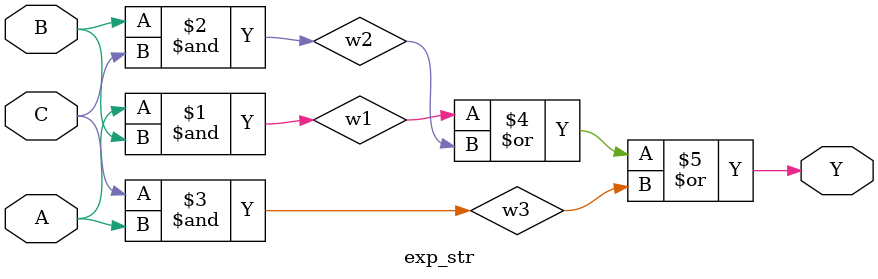
<source format=v>


module exp_str(Y, A, B, C);
input A, B, C; output Y;
wire w1, w2, w3;
and g1(w1, A, B);
and g2(w2, B, C);
and g3(w3, C, A);
or g4(Y, w1, w2, w3);
endmodule
</source>
